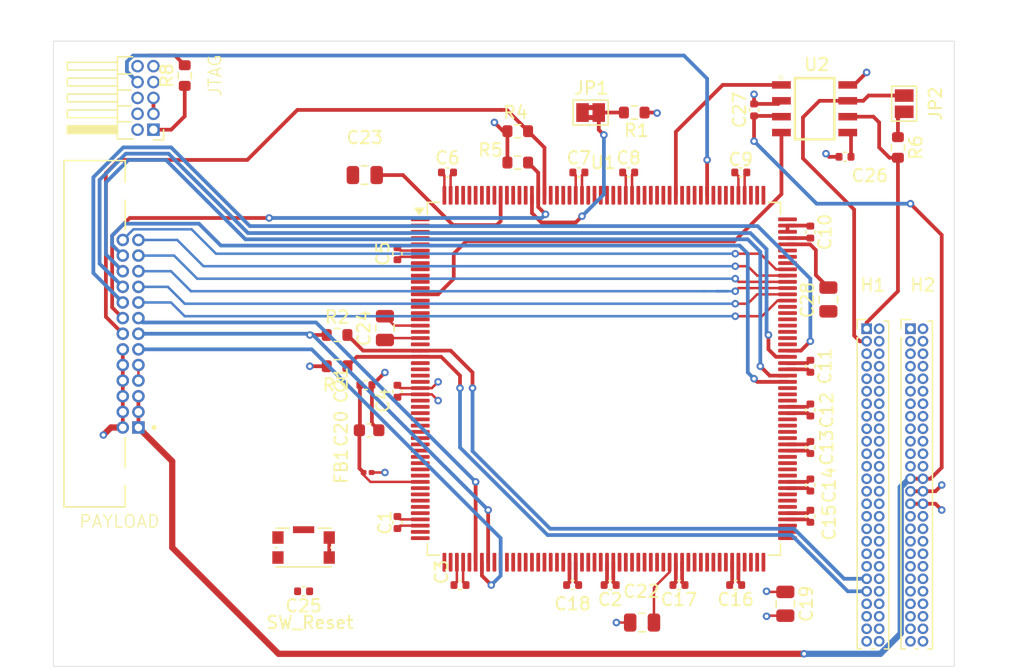
<source format=kicad_pcb>
(kicad_pcb (version 20241229) (generator "pcbnew") (generator_version "9.0")
  (layers (0 "F.Cu" signal) (4 "In1.Cu" signal) (6 "In2.Cu" signal) (2 "B.Cu" power) (13 "F.Paste" user) (15 "B.Paste" user) (5 "F.SilkS" user "F.Silkscreen") (7 "B.SilkS" user "B.Silkscreen") (1 "F.Mask" user) (3 "B.Mask" user) (25 "Edge.Cuts" user))
  (net 0 "")
  (net 1 "GND")
  (net 2 "VDD")
  (net 3 "VDDA")
  (net 4 "Net-(C22-Pad2)")
  (net 5 "Net-(C23-Pad2)")
  (net 6 "/RESET")
  (net 7 "+5V")
  (net 8 "Net-(C28-Pad2)")
  (net 9 "/CS3")
  (net 10 "/SPI1_MISO")
  (net 11 "/CS5")
  (net 12 "/PAY1")
  (net 13 "/SPI1_SCK")
  (net 14 "/CS4")
  (net 15 "/I2C1_SCL")
  (net 16 "/CS2")
  (net 17 "/CS1")
  (net 18 "/SPI1_MOSI")
  (net 19 "/PAY3")
  (net 20 "/PAY4")
  (net 21 "/PAY2")
  (net 22 "/CS6")
  (net 23 "/I2C1_SDA")
  (net 25 "/DEBUG_JTCK-SWCLK")
  (net 26 "/DEBUG_JTDI")
  (net 28 "/DEBUG_JTMS-SWDIO")
  (net 29 "/DEBUG_JTDO-SWO")
  (net 30 "Net-(J4-~{RESET})")
  (net 31 "Net-(JP1-B)")
  (net 32 "Net-(JP2-B)")
  (net 33 "/CANH_PC104")
  (net 53 "/I2C2_SDA")
  (net 70 "/CANL_PC104")
  (net 76 "/I2C2_SCL")
  (net 141 "/FDCAN1_RX")
  (net 207 "/FDCAN1_TX")
  (footprint "Capacitor_SMD:C_0402_1005Metric" (layer "F.Cu") (at 48.5 49 90)
    (property "Reference" "C5")
    (property "Value" "100n")
  )
  (footprint "Capacitor_SMD:C_0402_1005Metric" (layer "F.Cu") (at 53.5 75.5 180)
    (property "Reference" "C3")
    (property "Value" "100n")
  )
  (footprint "Capacitor_SMD:C_0402_1005Metric" (layer "F.Cu") (at 81.5 70 90)
    (property "Reference" "C15")
    (property "Value" "100n")
  )
  (footprint "Capacitor_SMD:C_0402_1005Metric" (layer "F.Cu") (at 41 76 180)
    (property "Reference" "C25")
    (property "Value" "100n")
  )
  (footprint "Jumper:SolderJumper-2_P1.3mm_Open_Pad1.0x1.5mm" (layer "F.Cu") (at 89 37 -90)
    (property "Reference" "JP2")
    (property "Value" "SolderJumper_2_Open")
  )
  (footprint "Button_Switch_SMD:SW_Push_1P1T-SH_NO_CK_KMR2xxG" (layer "F.Cu") (at 41 72.5)
    (property "Reference" "SW_Reset")
    (property "Value" "SW_MEC_5E")
  )
  (footprint "Capacitor_SMD:C_0805_2012Metric" (layer "F.Cu") (at 47.5 54.95 90)
    (property "Reference" "C24")
    (property "Value" "4.7u")
  )
  (footprint "Jumper:SolderJumper-2_P1.3mm_Bridged2Bar_Pad1.0x1.5mm" (layer "F.Cu") (at 63.94 37.71)
    (property "Reference" "JP1")
    (property "Value" "SolderJumper_2_Bridged")
  )
  (footprint "Capacitor_SMD:C_0805_2012Metric" (layer "F.Cu") (at 79.5 77 -90)
    (property "Reference" "C19")
    (property "Value" "4.7u")
  )
  (footprint "Capacitor_SMD:C_0603_1608Metric" (layer "F.Cu") (at 46.235 63.12)
    (property "Reference" "C20")
    (property "Value" "1u")
  )
  (footprint "harwinG125:HARWIN_G125-MH12605M4P" (layer "F.Cu") (at 24.3 55.4 -90)
    (property "Reference" "J3")
    (property "Value" "G125-MH12605M4P")
  )
  (footprint "Capacitor_SMD:C_0805_2012Metric" (layer "F.Cu") (at 45.89 42.71)
    (property "Reference" "C23")
    (property "Value" "2.2u")
  )
  (footprint "Capacitor_SMD:C_0402_1005Metric" (layer "F.Cu") (at 81.5 67.5 -90)
    (property "Reference" "C14")
    (property "Value" "100n")
  )
  (footprint "Resistor_SMD:R_0603_1608Metric" (layer "F.Cu") (at 58.115 41.71)
    (property "Reference" "R5")
    (property "Value" "4.7k")
  )
  (footprint "Connector_PinHeader_1.27mm:PinHeader_2x05_P1.27mm_Horizontal" (layer "F.Cu") (at 29 39.08 180)
    (property "Reference" "J4")
    (property "Value" "Conn_ARM_JTAG_SWD_10")
  )
  (footprint "Capacitor_SMD:C_0402_1005Metric" (layer "F.Cu") (at 84.27 41.25)
    (property "Reference" "C26")
    (property "Value" "100n")
  )
  (footprint "Capacitor_SMD:C_0402_1005Metric" (layer "F.Cu") (at 71 75.5 180)
    (property "Reference" "C17")
    (property "Value" "100n")
  )
  (footprint "Connector_PinHeader_1.00mm:PinHeader_2x26_P1.00mm_Vertical" (layer "F.Cu") (at 89.5 55)
    (property "Reference" "H2")
    (property "Value" "Conn_02x26_Odd_Even")
  )
  (footprint "Capacitor_SMD:C_0402_1005Metric" (layer "F.Cu") (at 75.94 42.5)
    (property "Reference" "C9")
    (property "Value" "100n")
  )
  (footprint "Resistor_SMD:R_0603_1608Metric" (layer "F.Cu") (at 58.115 39.2)
    (property "Reference" "R4")
    (property "Value" "4.7k")
  )
  (footprint "Capacitor_SMD:C_0402_1005Metric" (layer "F.Cu") (at 63 42.5)
    (property "Reference" "C7")
    (property "Value" "100n")
  )
  (footprint "Capacitor_SMD:C_0402_1005Metric" (layer "F.Cu") (at 66.98 42.5)
    (property "Reference" "C8")
    (property "Value" "100n")
  )
  (footprint "Resistor_SMD:R_0603_1608Metric" (layer "F.Cu") (at 67.425 37.71 180)
    (property "Reference" "R1")
    (property "Value" "10k")
  )
  (footprint "Capacitor_SMD:C_0402_1005Metric" (layer "F.Cu") (at 81.5 61.5 90)
    (property "Reference" "C12")
    (property "Value" "100n")
  )
  (footprint "Capacitor_SMD:C_0402_1005Metric" (layer "F.Cu") (at 77 37.5 90)
    (property "Reference" "C27")
    (property "Value" "100n")
  )
  (footprint "Resistor_SMD:R_0603_1608Metric" (layer "F.Cu") (at 88.5 40.5 -90)
    (property "Reference" "R6")
    (property "Value" "120")
  )
  (footprint "Capacitor_SMD:C_0402_1005Metric" (layer "F.Cu") (at 48.5 60 90)
    (property "Reference" "C4")
    (property "Value" "100n")
  )
  (footprint "Capacitor_SMD:C_0402_1005Metric" (layer "F.Cu") (at 81.5 64.5 90)
    (property "Reference" "C13")
    (property "Value" "100n")
  )
  (footprint "Resistor_SMD:R_0603_1608Metric" (layer "F.Cu") (at 31.5 34.75 90)
    (property "Reference" "R8")
    (property "Value" "10K")
  )
  (footprint "Resistor_SMD:R_0603_1608Metric" (layer "F.Cu") (at 43.675 55.5)
    (property "Reference" "R2")
    (property "Value" "4.7k")
  )
  (footprint "Capacitor_SMD:C_0805_2012Metric" (layer "F.Cu") (at 82.94 52.66 90)
    (property "Reference" "C28")
    (property "Value" "2.2u")
  )
  (footprint "Package_QFP:LQFP-208_28x28mm_P0.5mm" (layer "F.Cu") (at 65 59)
    (property "Reference" "U1")
    (property "Value" "STM32H745BITx")
  )
  (footprint "Capacitor_SMD:C_0402_1005Metric" (layer "F.Cu") (at 81.5 58 -90)
    (property "Reference" "C11")
    (property "Value" "100n")
  )
  (footprint "Capacitor_SMD:C_0402_1005Metric" (layer "F.Cu") (at 48.5 70.5 -90)
    (property "Reference" "C1")
    (property "Value" "100n")
  )
  (footprint "Capacitor_SMD:C_0402_1005Metric" (layer "F.Cu") (at 65.5 75.5 180)
    (property "Reference" "C2")
    (property "Value" "100n")
  )
  (footprint "Capacitor_SMD:C_0402_1005Metric" (layer "F.Cu") (at 52.5 42.5)
    (property "Reference" "C6")
    (property "Value" "100n")
  )
  (footprint "Capacitor_SMD:C_0402_1005Metric" (layer "F.Cu") (at 45.98 59.5)
    (property "Reference" "C21")
    (property "Value" "100n")
  )
  (footprint "Connector_PinHeader_1.00mm:PinHeader_2x26_P1.00mm_Vertical" (layer "F.Cu") (at 86 55)
    (property "Reference" "H1")
    (property "Value" "Conn_02x26_Odd_Even")
  )
  (footprint "Capacitor_SMD:C_0402_1005Metric" (layer "F.Cu") (at 75.53 75.5 180)
    (property "Reference" "C16")
    (property "Value" "100n")
  )
  (footprint "Capacitor_SMD:C_0805_2012Metric" (layer "F.Cu") (at 68.05 78.5)
    (property "Reference" "C22")
    (property "Value" "2.2u")
  )
  (footprint "Capacitor_SMD:C_0402_1005Metric" (layer "F.Cu") (at 62.5 75.5 180)
    (property "Reference" "C18")
    (property "Value" "100n")
  )
  (footprint "Capacitor_SMD:C_0402_1005Metric" (layer "F.Cu") (at 81.5 47.27 -90)
    (property "Reference" "C10")
    (property "Value" "100n")
  )
  (footprint "Resistor_SMD:R_0603_1608Metric" (layer "F.Cu") (at 43.675 58 180)
    (property "Reference" "R3")
    (property "Value" "4.7k")
  )
  (footprint "MCP2562FDT_H_SN:SOIC127P600X175-8N" (layer "F.Cu") (at 81.84 37.405)
    (property "Reference" "U2")
    (property "Value" "MCP2562FDT-H_SN")
  )
  (footprint "Inductor_SMD:L_0201_0603Metric" (layer "F.Cu") (at 46.115 66.5)
    (property "Reference" "FB1")
    (property "Value" "FerriteBead")
  )
  (gr_line (start 93 82) (end 21 82) (stroke (width 0.05)) (layer "Edge.Cuts"))
  (gr_line (start 21 82) (end 21 32) (stroke (width 0.05)) (layer "Edge.Cuts"))
  (gr_line (start 93 32) (end 93 82) (stroke (width 0.05)) (layer "Edge.Cuts"))
  (gr_line (start 21 32) (end 93 32) (stroke (width 0.05)) (layer "Edge.Cuts"))
  (gr_text "JTAG" (at 34.5 36.5 90) (layer "F.SilkS") (effects (font (size 1 1) (thickness 0.1)) (justify left bottom)))
  (gr_text "PAYLOAD" (at 23 71 0) (layer "F.SilkS") (effects (font (size 1 1) (thickness 0.1)) (justify left bottom)))
  (segment (start 70.75 73.675) (end 70.75 75.27) (width 0.3) (layer "F.Cu") (net 1))
  (segment (start 62.25 75.27) (end 62.02 75.5) (width 0.3) (layer "F.Cu") (net 1))
  (segment (start 78.94 37.02) (end 79.19 36.77) (width 0.3) (layer "F.Cu") (net 1))
  (segment (start 63.25 44.325) (end 63.25 42.73) (width 0.2) (layer "F.Cu") (net 1))
  (segment (start 89.5 69) (end 90.5 69) (width 0.3) (layer "F.Cu") (net 1))
  (segment (start 83.79 41.25) (end 83 41.25) (width 0.3) (layer "F.Cu") (net 1))
  (segment (start 53.25 73.675) (end 53.25 75.27) (width 0.2) (layer "F.Cu") (net 1))
  (segment (start 50.325 48.75) (end 48.73 48.75) (width 0.2) (layer "F.Cu") (net 1))
  (segment (start 91.5 69) (end 92 69.5) (width 0.3) (layer "F.Cu") (net 1))
  (segment (start 75.25 75.3) (end 75.05 75.5) (width 0.3) (layer "F.Cu") (net 1))
  (segment (start 79.675 58.25) (end 81.27 58.25) (width 0.3) (layer "F.Cu") (net 1))
  (segment (start 52.75 42.73) (end 52.98 42.5) (width 0.2) (layer "F.Cu") (net 1))
  (segment (start 85 35.5) (end 86 34.5) (width 0.3) (layer "F.Cu") (net 1))
  (segment (start 50.325 59.75) (end 48.73 59.75) (width 0.2) (layer "F.Cu") (net 1))
  (segment (start 78.05 77.95) (end 78 78) (width 0.2) (layer "F.Cu") (net 1))
  (segment (start 69.21 37.71) (end 69.25 37.75) (width 0.3) (layer "F.Cu") (net 1))
  (segment (start 67.25 42.71) (end 67.46 42.5) (width 0.2) (layer "F.Cu") (net 1))
  (segment (start 48.73 70.75) (end 48.5 70.98) (width 0.2) (layer "F.Cu") (net 1))
  (segment (start 26.55 62.9) (end 25.6 62.9) (width 0.5) (layer "F.Cu") (net 1))
  (segment (start 50.325 54.75) (end 48.25 54.75) (width 0.2) (layer "F.Cu") (net 1))
  (segment (start 46.46 62.57) (end 47.01 63.12) (width 0.3) (layer "F.Cu") (net 1))
  (segment (start 79.675 61.25) (end 81.27 61.25) (width 0.3) (layer "F.Cu") (net 1))
  (segment (start 51.25 59.75) (end 51.75 59.25) (width 0.2) (layer "F.Cu") (net 1))
  (segment (start 81.27 61.25) (end 81.5 61.02) (width 0.3) (layer "F.Cu") (net 1))
  (segment (start 79.5 77.95) (end 78.05 77.95) (width 0.2) (layer "F.Cu") (net 1))
  (segment (start 76.25 42.67) (end 76.42 42.5) (width 0.2) (layer "F.Cu") (net 1))
  (segment (start 50.325 59.75) (end 51.25 59.75) (width 0.2) (layer "F.Cu") (net 1))
  (segment (start 76.25 44.325) (end 76.25 42.67) (width 0.2) (layer "F.Cu") (net 1))
  (segment (start 65.25 75.27) (end 65.02 75.5) (width 0.3) (layer "F.Cu") (net 1))
  (segment (start 83 41.25) (end 82.75 41) (width 0.3) (layer "F.Cu") (net 1))
  (segment (start 46.5 59.5) (end 47.5 58.5) (width 0.3) (layer "F.Cu") (net 1))
  (segment (start 81.27 64.25) (end 81.5 64.02) (width 0.3) (layer "F.Cu") (net 1))
  (segment (start 81.27 58.25) (end 81.5 58.48) (width 0.3) (layer "F.Cu") (net 1))
  (segment (start 26.55 56.65) (end 26.55 62.9) (width 0.3) (layer "F.Cu") (net 1))
  (segment (start 65.25 73.675) (end 65.25 75.27) (width 0.3) (layer "F.Cu") (net 1))
  (segment (start 79.675 64.25) (end 81.27 64.25) (width 0.3) (layer "F.Cu") (net 1))
  (segment (start 79.675 69.75) (end 81.27 69.75) (width 0.3) (layer "F.Cu") (net 1))
  (segment (start 67.25 44.325) (end 67.25 42.71) (width 0.2) (layer "F.Cu") (net 1))
  (segment (start 52.75 44.325) (end 52.75 42.73) (width 0.2) (layer "F.Cu") (net 1))
  (segment (start 81.27 67.75) (end 81.5 67.98) (width 0.3) (layer "F.Cu") (net 1))
  (segment (start 53.25 75.27) (end 53.02 75.5) (width 0.2) (layer "F.Cu") (net 1))
  (segment (start 77 37.02) (end 78.94 37.02) (width 0.3) (layer "F.Cu") (net 1))
  (segment (start 48.25 54.75) (end 47.5 54) (width 0.2) (layer "F.Cu") (net 1))
  (segment (start 46.46 59.5) (end 46.5 59.5) (width 0.3) (layer "F.Cu") (net 1))
  (segment (start 68.25 37.71) (end 69.21 37.71) (width 0.3) (layer "F.Cu") (net 1))
  (segment (start 50.325 70.75) (end 48.73 70.75) (width 0.2) (layer "F.Cu") (net 1))
  (segment (start 25.6 62.9) (end 25 63.5) (width 0.5) (layer "F.Cu") (net 1))
  (segment (start 48.73 59.75) (end 48.5 59.52) (width 0.2) (layer "F.Cu") (net 1))
  (segment (start 77 37.02) (end 77 36.25) (width 0.3) (layer "F.Cu") (net 1))
  (segment (start 63.25 42.73) (end 63.48 42.5) (width 0.2) (layer "F.Cu") (net 1))
  (segment (start 46.46 59.5) (end 46.46 62.57) (width 0.3) (layer "F.Cu") (net 1))
  (segment (start 84.49 35.5) (end 85 35.5) (width 0.3) (layer "F.Cu") (net 1))
  (segment (start 79.675 67.75) (end 81.27 67.75) (width 0.3) (layer "F.Cu") (net 1))
  (segment (start 48.73 48.75) (end 48.5 48.52) (width 0.2) (layer "F.Cu") (net 1))
  (segment (start 75.25 73.675) (end 75.25 75.3) (width 0.3) (layer "F.Cu") (net 1))
  (segment (start 62.25 73.675) (end 62.25 75.27) (width 0.3) (layer "F.Cu") (net 1))
  (segment (start 43.05 73.3) (end 43.05 71.7) (width 0.3) (layer "F.Cu") (net 1))
  (segment (start 29 37.81) (end 29 36.54) (width 0.3) (layer "F.Cu") (net 1))
  (segment (start 70.75 75.27) (end 70.52 75.5) (width 0.3) (layer "F.Cu") (net 1))
  (segment (start 90.5 69) (end 91.5 69) (width 0.3) (layer "F.Cu") (net 1))
  (segment (start 67.1 78.5) (end 66 78.5) (width 0.2) (layer "F.Cu") (net 1))
  (segment (start 81.27 69.75) (end 81.5 69.52) (width 0.3) (layer "F.Cu") (net 1))
  (segment (start 79.675 47.75) (end 81.5 47.75) (width 0.3) (layer "F.Cu") (net 1))
  (via (at 25 63.5) (size 0.6) (drill 0.3) (layers "F.Cu" "B.Cu") (net 1))
  (via (at 69.25 37.75) (size 0.6) (drill 0.3) (layers "F.Cu" "B.Cu") (net 1))
  (via (at 47.5 58.5) (size 0.6) (drill 0.3) (layers "F.Cu" "B.Cu") (net 1))
  (via (at 82.75 41) (size 0.6) (drill 0.3) (layers "F.Cu" "B.Cu") (net 1))
  (via (at 78 78) (size 0.6) (drill 0.3) (layers "F.Cu" "B.Cu") (net 1))
  (via (at 92 69.5) (size 0.6) (drill 0.3) (layers "F.Cu" "B.Cu") (net 1))
  (via (at 77 36.25) (size 0.6) (drill 0.3) (layers "F.Cu" "B.Cu") (net 1))
  (via (at 66 78.5) (size 0.6) (drill 0.3) (layers "F.Cu" "B.Cu") (net 1))
  (via (at 86 34.5) (size 0.6) (drill 0.3) (layers "F.Cu" "B.Cu") (net 1))
  (via (at 51.75 59.25) (size 0.6) (drill 0.3) (layers "F.Cu" "B.Cu") (net 1))
  (segment (start 42.85 55.5) (end 41.5 55.5) (width 0.3) (layer "F.Cu") (net 2))
  (segment (start 57.29 39.2) (end 56.95 39.2) (width 0.3) (layer "F.Cu") (net 2))
  (segment (start 50.325 70.25) (end 48.73 70.25) (width 0.2) (layer "F.Cu") (net 2))
  (segment (start 84.75 41.25) (end 84.75 39.57) (width 0.3) (layer "F.Cu") (net 2))
  (segment (start 53.75 75.27) (end 53.98 75.5) (width 0.2) (layer "F.Cu") (net 2))
  (segment (start 79.675 46.75) (end 81.46 46.75) (width 0.3) (layer "F.Cu") (net 2))
  (segment (start 50.325 55.75) (end 47.65 55.75) (width 0.2) (layer "F.Cu") (net 2))
  (segment (start 48.73 60.25) (end 48.5 60.48) (width 0.2) (layer "F.Cu") (net 2))
  (segment (start 42.85 58) (end 41.5 58) (width 0.3) (layer "F.Cu") (net 2))
  (segment (start 66.75 44.325) (end 66.75 42.75) (width 0.2) (layer "F.Cu") (net 2))
  (segment (start 31.5 35.575) (end 31.5 38) (width 0.3) (layer "F.Cu") (net 2))
  (segment (start 81.27 61.75) (end 81.5 61.98) (width 0.3) (layer "F.Cu") (net 2))
  (segment (start 75.75 44.325) (end 75.75 42.79) (width 0.2) (layer "F.Cu") (net 2))
  (segment (start 89.5 68) (end 90.5 68) (width 0.3) (layer "F.Cu") (net 2))
  (segment (start 65.75 73.675) (end 65.75 75.27) (width 0.3) (layer "F.Cu") (net 2))
  (segment (start 62.75 44.325) (end 62.75 42.73) (width 0.2) (layer "F.Cu") (net 2))
  (segment (start 81.27 64.75) (end 81.5 64.98) (width 0.3) (layer "F.Cu") (net 2))
  (segment (start 91.5 68) (end 92 67.5) (width 0.3) (layer "F.Cu") (net 2))
  (segment (start 48.73 70.25) (end 48.5 70.02) (width 0.2) (layer "F.Cu") (net 2))
  (segment (start 81.46 46.75) (end 81.5 46.79) (width 0.3) (layer "F.Cu") (net 2))
  (segment (start 75.75 73.675) (end 75.75 75.24) (width 0.3) (layer "F.Cu") (net 2))
  (segment (start 27.8 59.15) (end 27.8 57.9) (width 0.2) (layer "F.Cu") (net 2))
  (segment (start 62.75 42.73) (end 62.52 42.5) (width 0.2) (layer "F.Cu") (net 2))
  (segment (start 65.75 75.27) (end 65.98 75.5) (width 0.3) (layer "F.Cu") (net 2))
  (segment (start 81.27 57.75) (end 81.5 57.52) (width 0.3) (layer "F.Cu") (net 2))
  (segment (start 62.75 75.27) (end 62.98 75.5) (width 0.3) (layer "F.Cu") (net 2))
  (segment (start 84.75 39.57) (end 84.49 39.31) (width 0.3) (layer "F.Cu") (net 2))
  (segment (start 52.25 44.325) (end 52.25 42.73) (width 0.2) (layer "F.Cu") (net 2))
  (segment (start 90.5 68) (end 91.5 68) (width 0.3) (layer "F.Cu") (net 2))
  (segment (start 56.95 39.2) (end 56.25 38.5) (width 0.3) (layer "F.Cu") (net 2))
  (segment (start 78.05 76.05) (end 78 76) (width 0.2) (layer "F.Cu") (net 2))
  (segment (start 79.5 76.05) (end 78.05 76.05) (width 0.2) (layer "F.Cu") (net 2))
  (segment (start 51.25 60.25) (end 51.75 60.75) (width 0.2) (layer "F.Cu") (net 2))
  (segment (start 62.75 73.675) (end 62.75 75.27) (width 0.3) (layer "F.Cu") (net 2))
  (segment (start 79.675 61.75) (end 81.27 61.75) (width 0.3) (layer "F.Cu") (net 2))
  (segment (start 79.675 47.25) (end 79.675 46.75) (width 0.3) (layer "F.Cu") (net 2))
  (segment (start 53.75 73.675) (end 53.75 75.27) (width 0.2) (layer "F.Cu") (net 2))
  (segment (start 47.65 55.75) (end 47.5 55.9) (width 0.2) (layer "F.Cu") (net 2))
  (segment (start 79.675 64.75) (end 81.27 64.75) (width 0.3) (layer "F.Cu") (net 2))
  (segment (start 66.75 42.75) (end 66.5 42.5) (width 0.2) (layer "F.Cu") (net 2))
  (segment (start 79.675 67.25) (end 81.27 67.25) (width 0.3) (layer "F.Cu") (net 2))
  (segment (start 71.25 75.27) (end 71.48 75.5) (width 0.3) (layer "F.Cu") (net 2))
  (segment (start 81.27 70.25) (end 81.5 70.48) (width 0.3) (layer "F.Cu") (net 2))
  (segment (start 50.325 60.25) (end 48.73 60.25) (width 0.2) (layer "F.Cu") (net 2))
  (segment (start 30.42 39.08) (end 29 39.08) (width 0.3) (layer "F.Cu") (net 2))
  (segment (start 81.27 67.25) (end 81.5 67.02) (width 0.3) (layer "F.Cu") (net 2))
  (segment (start 52.25 42.73) (end 52.02 42.5) (width 0.2) (layer "F.Cu") (net 2))
  (segment (start 71.25 73.675) (end 71.25 75.27) (width 0.3) (layer "F.Cu") (net 2))
  (segment (start 75.75 75.24) (end 76.01 75.5) (width 0.3) (layer "F.Cu") (net 2))
  (segment (start 75.75 42.79) (end 75.46 42.5) (width 0.2) (layer "F.Cu") (net 2))
  (segment (start 50.325 49.25) (end 48.73 49.25) (width 0.2) (layer "F.Cu") (net 2))
  (segment (start 46.435 66.5) (end 47.5 66.5) (width 0.2) (layer "F.Cu") (net 2))
  (segment (start 79.675 70.25) (end 81.27 70.25) (width 0.3) (layer "F.Cu") (net 2))
  (segment (start 31.5 38) (end 30.42 39.08) (width 0.3) (layer "F.Cu") (net 2))
  (segment (start 57.29 39.2) (end 57.29 41.71) (width 0.3) (layer "F.Cu") (net 2))
  (segment (start 48.73 49.25) (end 48.5 49.48) (width 0.2) (layer "F.Cu") (net 2))
  (segment (start 79.675 57.75) (end 81.27 57.75) (width 0.3) (layer "F.Cu") (net 2))
  (segment (start 50.325 60.25) (end 51.25 60.25) (width 0.2) (layer "F.Cu") (net 2))
  (via (at 47.5 66.5) (size 0.6) (drill 0.3) (layers "F.Cu" "B.Cu") (net 2))
  (via (at 41.5 55.5) (size 0.6) (drill 0.3) (layers "F.Cu" "B.Cu") (net 2))
  (via (at 51.75 60.75) (size 0.6) (drill 0.3) (layers "F.Cu" "B.Cu") (net 2))
  (via (at 41.5 58) (size 0.6) (drill 0.3) (layers "F.Cu" "B.Cu") (net 2))
  (via (at 92 67.5) (size 0.6) (drill 0.3) (layers "F.Cu" "B.Cu") (net 2))
  (via (at 78 76) (size 0.6) (drill 0.3) (layers "F.Cu" "B.Cu") (net 2))
  (via (at 56.25 38.5) (size 0.6) (drill 0.3) (layers "F.Cu" "B.Cu") (net 2))
  (segment (start 45.795 66.699999) (end 45.795 66.5) (width 0.2) (layer "F.Cu") (net 3))
  (segment (start 45.5 63.08) (end 45.46 63.12) (width 0.3) (layer "F.Cu") (net 3))
  (segment (start 45.5 59.5) (end 45.5 63.08) (width 0.3) (layer "F.Cu") (net 3))
  (segment (start 45.46 66.165) (end 45.795 66.5) (width 0.3) (layer "F.Cu") (net 3))
  (segment (start 46.345001 67.25) (end 45.795 66.699999) (width 0.2) (layer "F.Cu") (net 3))
  (segment (start 45.46 63.12) (end 45.46 66.165) (width 0.3) (layer "F.Cu") (net 3))
  (segment (start 50.325 67.25) (end 46.345001 67.25) (width 0.2) (layer "F.Cu") (net 3))
  (segment (start 69 78.5) (end 69 75.708824) (width 0.2) (layer "F.Cu") (net 4))
  (segment (start 70.25 74.458824) (end 70.25 73.675) (width 0.2) (layer "F.Cu") (net 4))
  (segment (start 69 75.708824) (end 70.25 74.458824) (width 0.2) (layer "F.Cu") (net 4))
  (segment (start 48.94 42.71) (end 46.84 42.71) (width 0.3) (layer "F.Cu") (net 5))
  (segment (start 52.94 46.71) (end 48.94 42.71) (width 0.3) (layer "F.Cu") (net 5))
  (segment (start 56.75 44.325) (end 56.75 46.4) (width 0.3) (layer "F.Cu") (net 5))
  (segment (start 56.44 46.71) (end 52.94 46.71) (width 0.3) (layer "F.Cu") (net 5))
  (segment (start 56.75 46.4) (end 56.44 46.71) (width 0.3) (layer "F.Cu") (net 5))
  (segment (start 79.13 37.98) (end 79.19 38.04) (width 0.3) (layer "F.Cu") (net 7))
  (segment (start 91.10104 67) (end 92 66.10104) (width 0.3) (layer "F.Cu") (net 7))
  (segment (start 39 81) (end 81 81) (width 0.5) (layer "F.Cu") (net 7))
  (segment (start 92 66.10104) (end 92 47.5) (width 0.3) (layer "F.Cu") (net 7))
  (segment (start 27.8 62.9) (end 27.8 60.4) (width 0.3) (layer "F.Cu") (net 7))
  (segment (start 30.5 72.5) (end 39 81) (width 0.5) (layer "F.Cu") (net 7))
  (segment (start 77 40) (end 77 37.98) (width 0.3) (layer "F.Cu") (net 7))
  (segment (start 90.5 67) (end 91.10104 67) (width 0.3) (layer "F.Cu") (net 7))
  (segment (start 77 37.98) (end 79.13 37.98) (width 0.3) (layer "F.Cu") (net 7))
  (segment (start 92 47.5) (end 89.5 45) (width 0.3) (layer "F.Cu") (net 7))
  (segment (start 89.5 67) (end 90.5 67) (width 0.3) (layer "F.Cu") (net 7))
  (segment (start 30.5 65.6) (end 30.5 72.5) (width 0.5) (layer "F.Cu") (net 7))
  (segment (start 27.8 62.9) (end 30.5 65.6) (width 0.5) (layer "F.Cu") (net 7))
  (via (at 81 81) (size 0.6) (drill 0.3) (layers "F.Cu" "B.Cu") (net 7))
  (via (at 77 40) (size 0.6) (drill 0.3) (layers "F.Cu" "B.Cu") (net 7))
  (via (at 89.5 45) (size 0.6) (drill 0.3) (layers "F.Cu" "B.Cu") (net 7))
  (segment (start 87.09743 81) (end 88.724 79.37343) (width 0.5) (layer "B.Cu") (net 7))
  (segment (start 88.724 79.37343) (end 88.724 67.67857) (width 0.5) (layer "B.Cu") (net 7))
  (segment (start 89.40257 67) (end 89.5 67) (width 0.5) (layer "B.Cu") (net 7))
  (segment (start 82 45) (end 77 40) (width 0.3) (layer "B.Cu") (net 7))
  (segment (start 88.724 67.67857) (end 89.40257 67) (width 0.5) (layer "B.Cu") (net 7))
  (segment (start 89.5 45) (end 82 45) (width 0.3) (layer "B.Cu") (net 7))
  (segment (start 81 81) (end 87.09743 81) (width 0.5) (layer "B.Cu") (net 7))
  (segment (start 81.94 48.71) (end 81.94 50.71) (width 0.3) (layer "F.Cu") (net 8))
  (segment (start 81.94 50.71) (end 82.94 51.71) (width 0.3) (layer "F.Cu") (net 8))
  (segment (start 81.48 48.25) (end 81.94 48.71) (width 0.3) (layer "F.Cu") (net 8))
  (segment (start 79.675 48.25) (end 81.48 48.25) (width 0.3) (layer "F.Cu") (net 8))
  (segment (start 75.75 51.75) (end 79.675 51.75) (width 0.2) (layer "F.Cu") (net 9))
  (segment (start 75.5 52) (end 75.75 51.75) (width 0.2) (layer "F.Cu") (net 9))
  (via (at 75.5 52) (size 0.6) (drill 0.3) (layers "F.Cu" "B.Cu") (net 9))
  (segment (start 74 52) (end 74.899 52) (width 0.2) (layer "B.Cu") (net 9))
  (segment (start 27.8 50.4) (end 30.4 50.4) (width 0.2) (layer "B.Cu") (net 9))
  (segment (start 32 52) (end 73 52) (width 0.2) (layer "B.Cu") (net 9))
  (segment (start 74 52) (end 75.5 52) (width 0.2) (layer "B.Cu") (net 9))
  (segment (start 73 52) (end 74 52) (width 0.2) (layer "B.Cu") (net 9))
  (segment (start 30.4 50.4) (end 32 52) (width 0.2) (layer "B.Cu") (net 9))
  (segment (start 56 75.5) (end 55.25 74.75) (width 0.3) (layer "F.Cu") (net 10))
  (segment (start 55.25 74.75) (end 55.25 73.675) (width 0.3) (layer "F.Cu") (net 10))
  (via (at 56 75.5) (size 0.6) (drill 0.3) (layers "F.Cu" "B.Cu") (net 10))
  (segment (start 56.75 71.75) (end 41.65 56.65) (width 0.3) (layer "B.Cu") (net 10))
  (segment (start 56 75.5) (end 56.75 74.75) (width 0.3) (layer "B.Cu") (net 10))
  (segment (start 41.65 56.65) (end 27.8 56.65) (width 0.3) (layer "B.Cu") (net 10))
  (segment (start 56.75 74.75) (end 56.75 71.75) (width 0.3) (layer "B.Cu") (net 10))
  (segment (start 79.675 50.75) (end 77.25 50.75) (width 0.2) (layer "F.Cu") (net 11))
  (segment (start 76.5 50) (end 75.5 50) (width 0.2) (layer "F.Cu") (net 11))
  (segment (start 77.25 50.75) (end 76.5 50) (width 0.2) (layer "F.Cu") (net 11))
  (segment (start 79.675 50.75) (end 79.028987 50.75) (width 0.3) (layer "F.Cu") (net 11))
  (via (at 75.5 50) (size 0.6) (drill 0.3) (layers "F.Cu" "B.Cu") (net 11))
  (segment (start 33 50) (end 75.5 50) (width 0.2) (layer "B.Cu") (net 11))
  (segment (start 30.9 47.9) (end 33 50) (width 0.2) (layer "B.Cu") (net 11))
  (segment (start 27.8 47.9) (end 30.9 47.9) (width 0.2) (layer "B.Cu") (net 11))
  (segment (start 77.25 59.25) (end 79.675 59.25) (width 0.3) (layer "F.Cu") (net 12))
  (segment (start 77 59) (end 77.25 59.25) (width 0.3) (layer "F.Cu") (net 12))
  (via (at 77 59) (size 0.6) (drill 0.3) (layers "F.Cu" "B.Cu") (net 12))
  (segment (start 76.5 49) (end 76.5 58.5) (width 0.3) (layer "B.Cu") (net 12))
  (segment (start 32.63581 46.598) (end 34.367905 48.330095) (width 0.3) (layer "B.Cu") (net 12))
  (segment (start 34.38681 48.349) (end 75.849 48.349) (width 0.3) (layer "B.Cu") (net 12))
  (segment (start 75.849 48.349) (end 76.5 49) (width 0.3) (layer "B.Cu") (net 12))
  (segment (start 76.5 58.5) (end 77 59) (width 0.3) (layer "B.Cu") (net 12))
  (segment (start 26.648504 46.598) (end 32.63581 46.598) (width 0.3) (layer "B.Cu") (net 12))
  (segment (start 26.55 49.15) (end 25.699 48.299) (width 0.3) (layer "B.Cu") (net 12))
  (segment (start 25.699 47.547504) (end 26.648504 46.598) (width 0.3) (layer "B.Cu") (net 12))
  (segment (start 25.699 48.299) (end 25.699 47.547504) (width 0.3) (layer "B.Cu") (net 12))
  (segment (start 54.75 73.675) (end 54.75 67.25) (width 0.3) (layer "F.Cu") (net 13))
  (via (at 54.75 67.25) (size 0.6) (drill 0.3) (layers "F.Cu" "B.Cu") (net 13))
  (segment (start 28.15 54.5) (end 27.8 54.15) (width 0.3) (layer "B.Cu") (net 13))
  (segment (start 54.75 67.25) (end 42 54.5) (width 0.3) (layer "B.Cu") (net 13))
  (segment (start 42 54.5) (end 28.15 54.5) (width 0.3) (layer "B.Cu") (net 13))
  (segment (start 75.75 51.25) (end 79.675 51.25) (width 0.2) (layer "F.Cu") (net 14))
  (segment (start 75.5 51) (end 75.75 51.25) (width 0.2) (layer "F.Cu") (net 14))
  (via (at 75.5 51) (size 0.6) (drill 0.3) (layers "F.Cu" "B.Cu") (net 14))
  (segment (start 30.65 49.15) (end 32.5 51) (width 0.2) (layer "B.Cu") (net 14))
  (segment (start 32.5 51) (end 75.5 51) (width 0.2) (layer "B.Cu") (net 14))
  (segment (start 27.8 49.15) (end 30.65 49.15) (width 0.2) (layer "B.Cu") (net 14))
  (segment (start 25.198 42.552) (end 26.25 41.5) (width 0.3) (layer "F.Cu") (net 15))
  (segment (start 26.25 41.5) (end 36.5 41.5) (width 0.3) (layer "F.Cu") (net 15))
  (segment (start 60.25 44.325) (end 60.25 40.51) (width 0.3) (layer "F.Cu") (net 15))
  (segment (start 60.25 40.51) (end 58.94 39.2) (width 0.3) (layer "F.Cu") (net 15))
  (segment (start 26.55 55.4) (end 25.198 54.048) (width 0.3) (layer "F.Cu") (net 15))
  (segment (start 56.75 37.5) (end 57.24 37.5) (width 0.3) (layer "F.Cu") (net 15))
  (segment (start 36.5 41.5) (end 40.5 37.5) (width 0.3) (layer "F.Cu") (net 15))
  (segment (start 25.198 54.048) (end 25.198 42.552) (width 0.3) (layer "F.Cu") (net 15))
  (segment (start 40.5 37.5) (end 56.75 37.5) (width 0.3) (layer "F.Cu") (net 15))
  (segment (start 57.24 37.5) (end 58.94 39.2) (width 0.3) (layer "F.Cu") (net 15))
  (segment (start 75.5 53) (end 76.5 53) (width 0.2) (layer "F.Cu") (net 16))
  (segment (start 77.25 52.25) (end 79.675 52.25) (width 0.2) (layer "F.Cu") (net 16))
  (segment (start 76.5 53) (end 77.25 52.25) (width 0.2) (layer "F.Cu") (net 16))
  (via (at 75.5 53) (size 0.6) (drill 0.3) (layers "F.Cu" "B.Cu") (net 16))
  (segment (start 75.5 53) (end 75.5671 53) (width 0.2) (layer "B.Cu") (net 16))
  (segment (start 31.5 53) (end 75.5 53) (width 0.2) (layer "B.Cu") (net 16))
  (segment (start 30.15 51.65) (end 31.5 53) (width 0.2) (layer "B.Cu") (net 16))
  (segment (start 27.8 51.65) (end 30.15 51.65) (width 0.2) (layer "B.Cu") (net 16))
  (segment (start 78.8842 52.75) (end 77.6342 54) (width 0.2) (layer "F.Cu") (net 17))
  (segment (start 77.6342 54) (end 75.5 54) (width 0.2) (layer "F.Cu") (net 17))
  (segment (start 79.675 52.75) (end 78.8842 52.75) (width 0.2) (layer "F.Cu") (net 17))
  (via (at 75.5 54) (size 0.6) (drill 0.3) (layers "F.Cu" "B.Cu") (net 17))
  (segment (start 31.5 54) (end 75.5 54) (width 0.2) (layer "B.Cu") (net 17))
  (segment (start 27.8 52.9) (end 30.4 52.9) (width 0.2) (layer "B.Cu") (net 17))
  (segment (start 30.4 52.9) (end 31 53.5) (width 0.2) (layer "B.Cu") (net 17))
  (segment (start 31 53.5) (end 31.5 54) (width 0.2) (layer "B.Cu") (net 17))
  (segment (start 55.75 69.5) (end 55.75 73.675) (width 0.3) (layer "F.Cu") (net 18))
  (via (at 55.75 69.5) (size 0.6) (drill 0.3) (layers "F.Cu" "B.Cu") (net 18))
  (segment (start 41.65 55.4) (end 55.75 69.5) (width 0.3) (layer "B.Cu") (net 18))
  (segment (start 27.8 55.4) (end 41.65 55.4) (width 0.3) (layer "B.Cu") (net 18))
  (segment (start 78.15 55.5) (end 78.15 56.65) (width 0.3) (layer "F.Cu") (net 19))
  (segment (start 78.75 57.25) (end 79.675 57.25) (width 0.3) (layer "F.Cu") (net 19))
  (segment (start 78.15 56.65) (end 78.75 57.25) (width 0.3) (layer "F.Cu") (net 19))
  (via (at 78.15 55.5) (size 0.6) (drill 0.3) (layers "F.Cu" "B.Cu") (net 19))
  (segment (start 24.697 49.797) (end 24.697 43.094479) (width 0.3) (layer "B.Cu") (net 19))
  (segment (start 24.697 43.094479) (end 26.79248 40.999) (width 0.3) (layer "B.Cu") (net 19))
  (segment (start 36.55552 47.347) (end 76.70752 47.347) (width 0.3) (layer "B.Cu") (net 19))
  (segment (start 78 55.35) (end 78.15 55.5) (width 0.3) (layer "B.Cu") (net 19))
  (segment (start 76.70752 47.347) (end 78 48.63948) (width 0.3) (layer "B.Cu") (net 19))
  (segment (start 30.207521 40.999) (end 36.55552 47.347) (width 0.3) (layer "B.Cu") (net 19))
  (segment (start 26.79248 40.999) (end 30.207521 40.999) (width 0.3) (layer "B.Cu") (net 19))
  (segment (start 78 48.63948) (end 78 53.5) (width 0.3) (layer "B.Cu") (net 19))
  (segment (start 26.55 51.65) (end 24.697 49.797) (width 0.3) (layer "B.Cu") (net 19))
  (segment (start 78 53.5) (end 78 55.35) (width 0.3) (layer "B.Cu") (net 19))
  (segment (start 81.5 56) (end 80.75 56.75) (width 0.3) (layer "F.Cu") (net 20))
  (segment (start 80.75 56.75) (end 79.675 56.75) (width 0.3) (layer "F.Cu") (net 20))
  (via (at 81.5 56) (size 0.6) (drill 0.3) (layers "F.Cu" "B.Cu") (net 20))
  (segment (start 26.55 52.9) (end 24.196 50.546) (width 0.3) (layer "B.Cu") (net 20))
  (segment (start 26.58496 40.498) (end 30.415043 40.498) (width 0.3) (layer "B.Cu") (net 20))
  (segment (start 36.70852 46.79148) (end 77.29148 46.79148) (width 0.3) (layer "B.Cu") (net 20))
  (segment (start 78.5 48) (end 81.5 51) (width 0.3) (layer "B.Cu") (net 20))
  (segment (start 81.5 51) (end 81.5 56) (width 0.3) (layer "B.Cu") (net 20))
  (segment (start 24.196 50.546) (end 24.196 42.886957) (width 0.3) (layer "B.Cu") (net 20))
  (segment (start 24.196 42.886957) (end 26.58496 40.498) (width 0.3) (layer "B.Cu") (net 20))
  (segment (start 77.29148 46.79148) (end 78.5 48) (width 0.3) (layer "B.Cu") (net 20))
  (segment (start 30.415043 40.498) (end 36.70852 46.79148) (width 0.3) (layer "B.Cu") (net 20))
  (segment (start 78.25 58.75) (end 79.675 58.75) (width 0.3) (layer "F.Cu") (net 21))
  (segment (start 77.5 58) (end 78.25 58.75) (width 0.3) (layer "F.Cu") (net 21))
  (via (at 77.5 58) (size 0.6) (drill 0.3) (layers "F.Cu" "B.Cu") (net 21))
  (segment (start 27 41.5) (end 25.198 43.302) (width 0.3) (layer "B.Cu") (net 21))
  (segment (start 77.5 58) (end 77.5 48.848) (width 0.3) (layer "B.Cu") (net 21))
  (segment (start 36.348 47.848) (end 30 41.5) (width 0.3) (layer "B.Cu") (net 21))
  (segment (start 76.5 47.848) (end 36.348 47.848) (width 0.3) (layer "B.Cu") (net 21))
  (segment (start 25.198 49.048) (end 26.55 50.4) (width 0.3) (layer "B.Cu") (net 21))
  (segment (start 30 41.5) (end 27 41.5) (width 0.3) (layer "B.Cu") (net 21))
  (segment (start 77.5 48.848) (end 76.5 47.848) (width 0.3) (layer "B.Cu") (net 21))
  (segment (start 25.198 43.302) (end 25.198 49.048) (width 0.3) (layer "B.Cu") (net 21))
  (segment (start 78.75 50.25) (end 77.5 49) (width 0.2) (layer "F.Cu") (net 22))
  (segment (start 79.675 50.25) (end 78.75 50.25) (width 0.2) (layer "F.Cu") (net 22))
  (segment (start 77.5 49) (end 75.5 49) (width 0.2) (layer "F.Cu") (net 22))
  (via (at 75.5 49) (size 0.6) (drill 0.3) (layers "F.Cu" "B.Cu") (net 22))
  (segment (start 34 49) (end 75.5 49) (width 0.2) (layer "B.Cu") (net 22))
  (segment (start 27.401 47.049) (end 32.049 47.049) (width 0.2) (layer "B.Cu") (net 22))
  (segment (start 26.55 47.9) (end 27.401 47.049) (width 0.2) (layer "B.Cu") (net 22))
  (segment (start 32.049 47.049) (end 34 49) (width 0.2) (layer "B.Cu") (net 22))
  (segment (start 59.75 44.325) (end 59.75 42.52) (width 0.3) (layer "F.Cu") (net 23))
  (segment (start 25.699 47.547504) (end 25.699 53.299) (width 0.3) (layer "F.Cu") (net 23))
  (segment (start 38.25 46.14148) (end 27.105024 46.14148) (width 0.3) (layer "F.Cu") (net 23))
  (segment (start 27.105024 46.14148) (end 25.699 47.547504) (width 0.3) (layer "F.Cu") (net 23))
  (segment (start 59.75 42.52) (end 58.94 41.71) (width 0.3) (layer "F.Cu") (net 23))
  (segment (start 59.75 45.26538) (end 59.75 44.325) (width 0.3) (layer "F.Cu") (net 23))
  (segment (start 60.33462 45.85) (end 59.75 45.26538) (width 0.3) (layer "F.Cu") (net 23))
  (segment (start 25.699 53.299) (end 26.55 54.15) (width 0.3) (layer "F.Cu") (net 23))
  (via (at 38.25 46.14148) (size 0.6) (drill 0.3) (layers "F.Cu" "B.Cu") (net 23))
  (via (at 60.33462 45.85) (size 0.6) (drill 0.3) (layers "F.Cu" "B.Cu") (net 23))
  (segment (start 60.04314 46.14148) (end 60.33462 45.85) (width 0.3) (layer "B.Cu") (net 23))
  (segment (start 38.25 46.14148) (end 60.04314 46.14148) (width 0.3) (layer "B.Cu") (net 23))
  (segment (start 73.25 41.5) (end 73.25 44.325) (width 0.3) (layer "F.Cu") (net 26))
  (via (at 73.25 41.5) (size 0.6) (drill 0.3) (layers "F.Cu" "B.Cu") (net 26))
  (segment (start 73.25 35) (end 73.25 41.5) (width 0.3) (layer "B.Cu") (net 26))
  (segment (start 26.879 34.419) (end 26.879 33.647504) (width 0.3) (layer "B.Cu") (net 26))
  (segment (start 27.377504 33.149) (end 71.399 33.149) (width 0.3) (layer "B.Cu") (net 26))
  (segment (start 27.73 35.27) (end 26.879 34.419) (width 0.3) (layer "B.Cu") (net 26))
  (segment (start 26.879 33.647504) (end 27.377504 33.149) (width 0.3) (layer "B.Cu") (net 26))
  (segment (start 71.399 33.149) (end 73.25 35) (width 0.3) (layer "B.Cu") (net 26))
  (segment (start 28.581 33.149) (end 30.724 33.149) (width 0.3) (layer "F.Cu") (net 30))
  (segment (start 30.724 33.149) (end 31.5 33.925) (width 0.3) (layer "F.Cu") (net 30))
  (segment (start 62.75 46.5) (end 60 46.5) (width 0.3) (layer "F.Cu") (net 31))
  (segment (start 59.25 45.75) (end 59.25 44.325) (width 0.3) (layer "F.Cu") (net 31))
  (segment (start 64.59 37.71) (end 64.59 39.09) (width 0.3) (layer "F.Cu") (net 31))
  (segment (start 60 46.5) (end 59.25 45.75) (width 0.3) (layer "F.Cu") (net 31))
  (segment (start 63.25 46) (end 62.75 46.5) (width 0.3) (layer "F.Cu") (net 31))
  (segment (start 64.59 39.09) (end 65 39.5) (width 0.3) (layer "F.Cu") (net 31))
  (segment (start 64.59 37.71) (end 66.6 37.71) (width 0.3) (layer "F.Cu") (net 31))
  (via (at 63.25 46) (size 0.6) (drill 0.3) (layers "F.Cu" "B.Cu") (net 31))
  (via (at 65 39.5) (size 0.6) (drill 0.3) (layers "F.Cu" "B.Cu") (net 31))
  (segment (start 65 39.5) (end 65 44.25) (width 0.3) (layer "B.Cu") (net 31))
  (segment (start 65 44.25) (end 63.25 46) (width 0.3) (layer "B.Cu") (net 31))
  (segment (start 88.5 38.15) (end 89 37.65) (width 0.3) (layer "F.Cu") (net 32))
  (segment (start 88.5 39.675) (end 88.5 38.15) (width 0.3) (layer "F.Cu") (net 32))
  (segment (start 80.909 38.091) (end 82.23 36.77) (width 0.3) (layer "F.Cu") (net 33))
  (segment (start 80.909 41.37726) (end 80.909 38.091) (width 0.3) (layer "F.Cu") (net 33))
  (segment (start 85.73 36.77) (end 86.15 36.35) (width 0.3) (layer "F.Cu") (net 33))
  (segment (start 84.49 36.77) (end 85.73 36.77) (width 0.3) (layer "F.Cu") (net 33))
  (segment (start 86.15 36.35) (end 89 36.35) (width 0.3) (layer "F.Cu") (net 33))
  (segment (start 83.53174 44) (end 80.909 41.37726) (width 0.3) (layer "F.Cu") (net 33))
  (segment (start 85 55.552) (end 85 45.46826) (width 0.3) (layer "F.Cu") (net 33))
  (segment (start 86 56) (end 85.448 56) (width 0.3) (layer "F.Cu") (net 33))
  (segment (start 85 45.46826) (end 83.53174 44) (width 0.3) (layer "F.Cu") (net 33))
  (segment (start 82.23 36.77) (end 84.49 36.77) (width 0.3) (layer "F.Cu") (net 33))
  (segment (start 85.448 56) (end 85 55.552) (width 0.3) (layer "F.Cu") (net 33))
  (segment (start 45.75 56.75) (end 44.5 55.5) (width 0.3) (layer "F.Cu") (net 53))
  (segment (start 54.5 58.5) (end 54.5 59.75) (width 0.3) (layer "F.Cu") (net 53))
  (segment (start 50.325 56.75) (end 52.75 56.75) (width 0.3) (layer "F.Cu") (net 53))
  (segment (start 52.75 56.75) (end 54.5 58.5) (width 0.3) (layer "F.Cu") (net 53))
  (segment (start 50.325 56.75) (end 45.75 56.75) (width 0.3) (layer "F.Cu") (net 53))
  (via (at 54.5 59.75) (size 0.6) (drill 0.3) (layers "F.Cu" "B.Cu") (net 53))
  (segment (start 80.198884 70.999) (end 60.70752 70.999) (width 0.3) (layer "B.Cu") (net 53))
  (segment (start 54.5 64.79148) (end 54.5 59.75) (width 0.3) (layer "B.Cu") (net 53))
  (segment (start 84.199884 75) (end 80.198884 70.999) (width 0.3) (layer "B.Cu") (net 53))
  (segment (start 86 75) (end 84.199884 75) (width 0.3) (layer "B.Cu") (net 53))
  (segment (start 60.70752 70.999) (end 54.5 64.79148) (width 0.3) (layer "B.Cu") (net 53))
  (segment (start 87 40.5) (end 87.825 41.325) (width 0.3) (layer "F.Cu") (net 70))
  (segment (start 84.49 38.04) (end 86.54 38.04) (width 0.3) (layer "F.Cu") (net 70))
  (segment (start 86.54 38.04) (end 87 38.5) (width 0.3) (layer "F.Cu") (net 70))
  (segment (start 86 54.5) (end 88.5 52) (width 0.3) (layer "F.Cu") (net 70))
  (segment (start 87 38.5) (end 87 40.5) (width 0.3) (layer "F.Cu") (net 70))
  (segment (start 86 55) (end 86 54.5) (width 0.3) (layer "F.Cu") (net 70))
  (segment (start 87.825 41.325) (end 88.5 41.325) (width 0.3) (layer "F.Cu") (net 70))
  (segment (start 88.5 52) (end 88.5 41.325) (width 0.3) (layer "F.Cu") (net 70))
  (segment (start 52 57.25) (end 50.325 57.25) (width 0.3) (layer "F.Cu") (net 76))
  (segment (start 45.25 57.25) (end 44.5 58) (width 0.3) (layer "F.Cu") (net 76))
  (segment (start 53.5 58.75) (end 52 57.25) (width 0.3) (layer "F.Cu") (net 76))
  (segment (start 53.5 59.75) (end 53.5 58.75) (width 0.3) (layer "F.Cu") (net 76))
  (segment (start 50.325 57.25) (end 45.25 57.25) (width 0.3) (layer "F.Cu") (net 76))
  (via (at 53.5 59.75) (size 0.6) (drill 0.3) (layers "F.Cu" "B.Cu") (net 76))
  (segment (start 53.5 64.5) (end 53.5 59.75) (width 0.3) (layer "B.Cu") (net 76))
  (segment (start 79.991364 71.5) (end 60.5 71.5) (width 0.3) (layer "B.Cu") (net 76))
  (segment (start 84.491364 76) (end 79.991364 71.5) (width 0.3) (layer "B.Cu") (net 76))
  (segment (start 60.5 71.5) (end 53.5 64.5) (width 0.3) (layer "B.Cu") (net 76))
  (segment (start 86 76) (end 84.491364 76) (width 0.3) (layer "B.Cu") (net 76))
  (segment (start 54 48) (end 53 49) (width 0.3) (layer "F.Cu") (net 141))
  (segment (start 53 51) (end 51.75 52.25) (width 0.3) (layer "F.Cu") (net 141))
  (segment (start 75.429534 48) (end 54 48) (width 0.3) (layer "F.Cu") (net 141))
  (segment (start 79.19 39.31) (end 79.19 44.239534) (width 0.3) (layer "F.Cu") (net 141))
  (segment (start 51.75 52.25) (end 50.325 52.25) (width 0.3) (layer "F.Cu") (net 141))
  (segment (start 53 49) (end 53 51) (width 0.3) (layer "F.Cu") (net 141))
  (segment (start 79.19 44.239534) (end 75.429534 48) (width 0.3) (layer "F.Cu") (net 141))
  (segment (start 74.5 35.5) (end 70.75 39.25) (width 0.3) (layer "F.Cu") (net 207))
  (segment (start 79.19 35.5) (end 74.5 35.5) (width 0.3) (layer "F.Cu") (net 207))
  (segment (start 70.75 39.25) (end 70.75 44.325) (width 0.3) (layer "F.Cu") (net 207))
)
</source>
